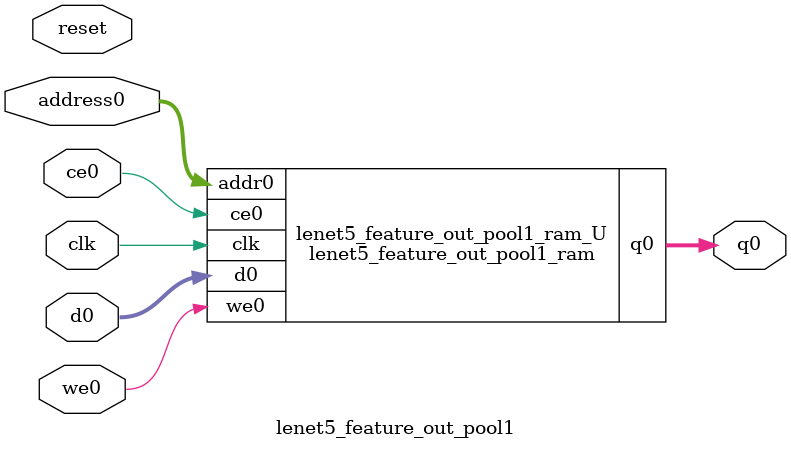
<source format=v>
`timescale 1 ns / 1 ps
module lenet5_feature_out_pool1_ram (addr0, ce0, d0, we0, q0,  clk);

parameter DWIDTH = 32;
parameter AWIDTH = 9;
parameter MEM_SIZE = 512;

input[AWIDTH-1:0] addr0;
input ce0;
input[DWIDTH-1:0] d0;
input we0;
output reg[DWIDTH-1:0] q0;
input clk;

reg [DWIDTH-1:0] ram[0:MEM_SIZE-1];




always @(posedge clk)  
begin 
    if (ce0) begin
        if (we0) 
            ram[addr0] <= d0; 
        q0 <= ram[addr0];
    end
end


endmodule

`timescale 1 ns / 1 ps
module lenet5_feature_out_pool1(
    reset,
    clk,
    address0,
    ce0,
    we0,
    d0,
    q0);

parameter DataWidth = 32'd32;
parameter AddressRange = 32'd512;
parameter AddressWidth = 32'd9;
input reset;
input clk;
input[AddressWidth - 1:0] address0;
input ce0;
input we0;
input[DataWidth - 1:0] d0;
output[DataWidth - 1:0] q0;



lenet5_feature_out_pool1_ram lenet5_feature_out_pool1_ram_U(
    .clk( clk ),
    .addr0( address0 ),
    .ce0( ce0 ),
    .we0( we0 ),
    .d0( d0 ),
    .q0( q0 ));

endmodule


</source>
